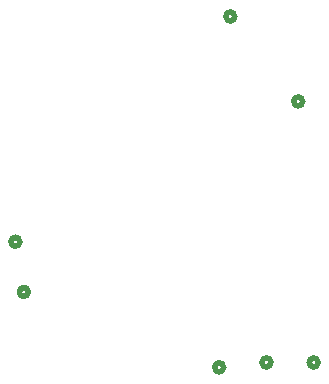
<source format=gbr>
%TF.GenerationSoftware,KiCad,Pcbnew,8.0.5*%
%TF.CreationDate,2025-04-17T16:29:18+02:00*%
%TF.ProjectId,ZED_F9P_minimal,5a45445f-4639-4505-9f6d-696e696d616c,rev?*%
%TF.SameCoordinates,Original*%
%TF.FileFunction,Legend,Bot*%
%TF.FilePolarity,Positive*%
%FSLAX46Y46*%
G04 Gerber Fmt 4.6, Leading zero omitted, Abs format (unit mm)*
G04 Created by KiCad (PCBNEW 8.0.5) date 2025-04-17 16:29:18*
%MOMM*%
%LPD*%
G01*
G04 APERTURE LIST*
%ADD10C,0.508000*%
G04 APERTURE END LIST*
D10*
%TO.C,TP4*%
X46423500Y-43050000D02*
G75*
G02*
X45661500Y-43050000I-381000J0D01*
G01*
X45661500Y-43050000D02*
G75*
G02*
X46423500Y-43050000I381000J0D01*
G01*
%TO.C,JP1*%
X67681000Y-53269700D02*
G75*
G02*
X66919000Y-53269700I-381000J0D01*
G01*
X66919000Y-53269700D02*
G75*
G02*
X67681000Y-53269700I381000J0D01*
G01*
%TO.C,INPUT*%
X47143001Y-47300000D02*
G75*
G02*
X46381001Y-47300000I-381000J0D01*
G01*
X46381001Y-47300000D02*
G75*
G02*
X47143001Y-47300000I381000J0D01*
G01*
%TO.C,TP1*%
X64623500Y-23975000D02*
G75*
G02*
X63861500Y-23975000I-381000J0D01*
G01*
X63861500Y-23975000D02*
G75*
G02*
X64623500Y-23975000I381000J0D01*
G01*
%TO.C,JP4*%
X70369850Y-31169149D02*
G75*
G02*
X69607850Y-31169149I-381000J0D01*
G01*
X69607850Y-31169149D02*
G75*
G02*
X70369850Y-31169149I381000J0D01*
G01*
%TO.C,TP2*%
X63681000Y-53681300D02*
G75*
G02*
X62919000Y-53681300I-381000J0D01*
G01*
X62919000Y-53681300D02*
G75*
G02*
X63681000Y-53681300I381000J0D01*
G01*
%TO.C,JP2*%
X71681000Y-53269700D02*
G75*
G02*
X70919000Y-53269700I-381000J0D01*
G01*
X70919000Y-53269700D02*
G75*
G02*
X71681000Y-53269700I381000J0D01*
G01*
%TD*%
M02*

</source>
